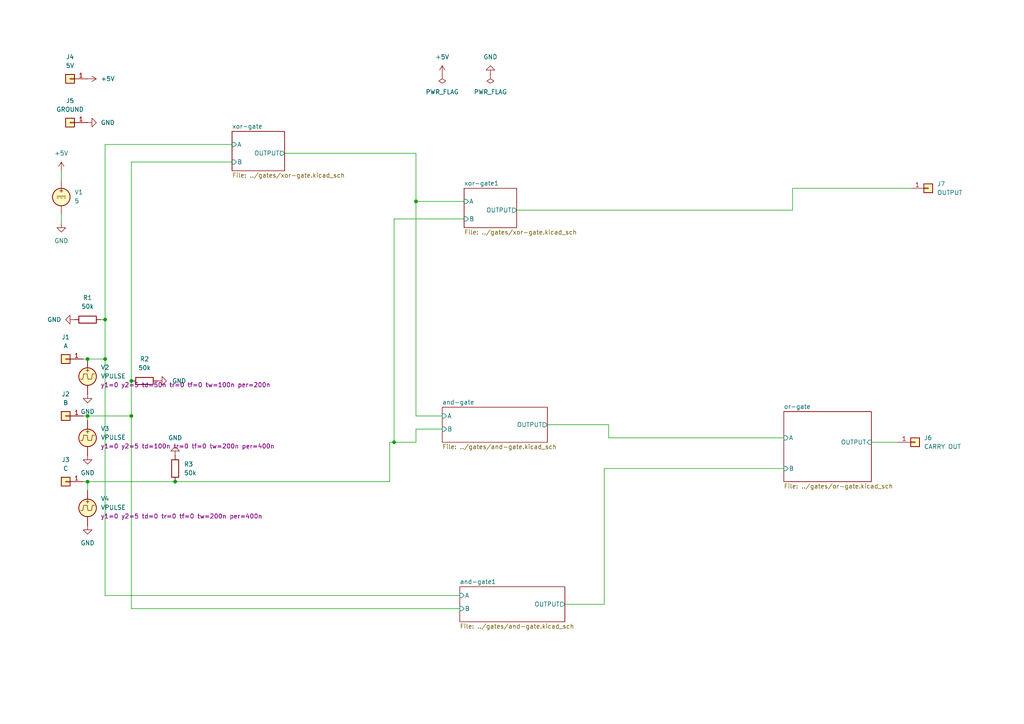
<source format=kicad_sch>
(kicad_sch (version 20231120) (generator "eeschema") (generator_version "8.0")
  (paper "A4")
  (lib_symbols
    (symbol "Connector_Generic:Conn_01x01" (pin_names (offset 1.016) hide)
      (property "Reference" "J" (at 0 2.54 0))
      (property "Value" "Conn_01x01" (at 0 -2.54 0))
      (symbol "Conn_01x01_1_1"
        (rectangle (start -1.27 0.127) (end 0 -0.127) (stroke (width 0.1524)))
        (rectangle (start -1.27 1.27) (end 1.27 -1.27) (stroke (width 0.254)) (fill (type background)))
        (pin passive line (at -5.08 0 0) (length 3.81) (name "Pin_1") (number "1"))
      )
    )
    (symbol "Device:R" (pin_numbers hide) (pin_names (offset 0))
      (property "Reference" "R" (at 2.032 0 90))
      (property "Value" "R" (at 0 0 90))
      (symbol "R_0_1"
        (rectangle (start -1.016 -2.54) (end 1.016 2.54) (stroke (width 0.254)))
      )
      (symbol "R_1_1"
        (pin passive line (at 0 3.81 270) (length 1.27) (name "~") (number "1"))
        (pin passive line (at 0 -3.81 90) (length 1.27) (name "~") (number "2"))
      )
    )
    (symbol "Simulation_SPICE:VDC" (pin_numbers hide) (pin_names (offset 0.0254))
      (property "Reference" "V" (at 2.54 2.54 0))
      (property "Value" "1" (at 2.54 0 0))
      (symbol "VDC_0_0"
        (polyline (pts (xy -1.27 0.254) (xy 1.27 0.254)))
        (polyline (pts (xy -0.762 -0.254) (xy -1.27 -0.254)))
        (polyline (pts (xy 0.254 -0.254) (xy -0.254 -0.254)))
        (polyline (pts (xy 1.27 -0.254) (xy 0.762 -0.254)))
        (text "+" (at 0 1.905 0) (effects (font (size 1.27 1.27))))
      )
      (symbol "VDC_0_1"
        (circle (center 0 0) (radius 2.54) (stroke (width 0.254)) (fill (type background)))
      )
      (symbol "VDC_1_1"
        (pin passive line (at 0 5.08 270) (length 2.54) (name "~") (number "1"))
        (pin passive line (at 0 -5.08 90) (length 2.54) (name "~") (number "2"))
      )
    )
    (symbol "Simulation_SPICE:VPULSE" (pin_numbers hide) (pin_names (offset 0.0254))
      (property "Reference" "V" (at 2.54 2.54 0))
      (property "Value" "VPULSE" (at 2.54 0 0))
      (property "Sim.Params" "y1=0 y2=1 td=2n tr=2n tf=2n tw=50n per=100n" (at 2.54 -2.54 0))
      (symbol "VPULSE_0_0"
        (polyline (pts (xy -2.032 -0.762) (xy -1.397 -0.762) (xy -1.143 0.762) (xy -0.127 0.762) (xy 0.127 -0.762) (xy 1.143 -0.762) (xy 1.397 0.762) (xy 2.032 0.762)))
        (text "+" (at 0 1.905 0) (effects (font (size 1.27 1.27))))
      )
      (symbol "VPULSE_0_1"
        (circle (center 0 0) (radius 2.54) (stroke (width 0.254)) (fill (type background)))
      )
      (symbol "VPULSE_1_1"
        (pin passive line (at 0 5.08 270) (length 2.54) (name "~") (number "1"))
        (pin passive line (at 0 -5.08 90) (length 2.54) (name "~") (number "2"))
      )
    )
    (symbol "power:+5V" (power) (pin_numbers hide) (pin_names (offset 0) hide)
      (property "Value" "+5V" (at 0 3.556 0))
      (symbol "+5V_0_1"
        (polyline (pts (xy -0.762 1.27) (xy 0 2.54)))
        (polyline (pts (xy 0 0) (xy 0 2.54)))
        (polyline (pts (xy 0 2.54) (xy 0.762 1.27)))
      )
      (symbol "+5V_1_1"
        (pin power_in line (at 0 0 90) (length 0) (name "~") (number "1"))
      )
    )
    (symbol "power:GND" (power) (pin_numbers hide) (pin_names (offset 0) hide)
      (property "Value" "GND" (at 0 -3.81 0))
      (symbol "GND_0_1"
        (polyline (pts (xy 0 0) (xy 0 -1.27) (xy 1.27 -1.27) (xy 0 -2.54) (xy -1.27 -1.27) (xy 0 -1.27)))
      )
      (symbol "GND_1_1"
        (pin power_in line (at 0 0 270) (length 0) (name "~") (number "1"))
      )
    )
    (symbol "power:PWR_FLAG" (power) (pin_numbers hide) (pin_names (offset 0) hide)
      (property "Value" "PWR_FLAG" (at 0 3.81 0))
      (symbol "PWR_FLAG_0_0"
        (pin power_out line (at 0 0 90) (length 0) (name "~") (number "1"))
      )
      (symbol "PWR_FLAG_0_1"
        (polyline (pts (xy 0 0) (xy 0 1.27) (xy -1.016 1.905) (xy 0 2.54) (xy 1.016 1.905) (xy 0 1.27)))
      )
    )
  )
  (junction (at 38.1 110.49))
  (junction (at 38.1 120.65))
  (junction (at 25.4 139.7))
  (junction (at 30.48 104.14))
  (junction (at 25.4 120.65))
  (junction (at 120.65 58.42))
  (junction (at 30.48 92.71))
  (junction (at 50.8 139.7))
  (junction (at 25.4 104.14))
  (junction (at 114.3 128.27))
  (wire (pts (xy 120.65 120.65) (xy 128.27 120.65)))
  (wire (pts (xy 158.75 123.19) (xy 176.53 123.19)))
  (wire (pts (xy 176.53 123.19) (xy 176.53 127)))
  (wire (pts (xy 30.48 172.72) (xy 133.35 172.72)))
  (wire (pts (xy 229.87 60.96) (xy 229.87 54.61)))
  (wire (pts (xy 30.48 41.91) (xy 67.31 41.91)))
  (wire (pts (xy 38.1 120.65) (xy 38.1 176.53)))
  (wire (pts (xy 175.26 135.89) (xy 227.33 135.89)))
  (wire (pts (xy 30.48 41.91) (xy 30.48 92.71)))
  (wire (pts (xy 176.53 127) (xy 227.33 127)))
  (wire (pts (xy 163.83 175.26) (xy 175.26 175.26)))
  (wire (pts (xy 38.1 46.99) (xy 38.1 110.49)))
  (wire (pts (xy 114.3 63.5) (xy 114.3 128.27)))
  (wire (pts (xy 38.1 110.49) (xy 38.1 120.65)))
  (wire (pts (xy 120.65 124.46) (xy 128.27 124.46)))
  (wire (pts (xy 114.3 63.5) (xy 134.62 63.5)))
  (wire (pts (xy 120.65 58.42) (xy 120.65 120.65)))
  (wire (pts (xy 120.65 128.27) (xy 120.65 124.46)))
  (wire (pts (xy 120.65 44.45) (xy 120.65 58.42)))
  (wire (pts (xy 229.87 54.61) (xy 264.16 54.61)))
  (wire (pts (xy 114.3 128.27) (xy 120.65 128.27)))
  (wire (pts (xy 29.21 92.71) (xy 30.48 92.71)))
  (wire (pts (xy 25.4 139.7) (xy 50.8 139.7)))
  (wire (pts (xy 50.8 139.7) (xy 113.03 139.7)))
  (wire (pts (xy 175.26 175.26) (xy 175.26 135.89)))
  (wire (pts (xy 25.4 104.14) (xy 30.48 104.14)))
  (wire (pts (xy 82.55 44.45) (xy 120.65 44.45)))
  (wire (pts (xy 30.48 104.14) (xy 30.48 172.72)))
  (wire (pts (xy 149.86 60.96) (xy 229.87 60.96)))
  (wire (pts (xy 252.73 128.27) (xy 260.35 128.27)))
  (wire (pts (xy 114.3 128.27) (xy 113.03 128.27)))
  (wire (pts (xy 17.78 64.77) (xy 17.78 62.23)))
  (wire (pts (xy 120.65 58.42) (xy 134.62 58.42)))
  (wire (pts (xy 25.4 120.65) (xy 25.4 121.92)))
  (wire (pts (xy 24.13 139.7) (xy 25.4 139.7)))
  (wire (pts (xy 17.78 49.53) (xy 17.78 52.07)))
  (wire (pts (xy 24.13 104.14) (xy 25.4 104.14)))
  (wire (pts (xy 24.13 120.65) (xy 25.4 120.65)))
  (wire (pts (xy 30.48 92.71) (xy 30.48 104.14)))
  (wire (pts (xy 38.1 46.99) (xy 67.31 46.99)))
  (wire (pts (xy 25.4 120.65) (xy 38.1 120.65)))
  (wire (pts (xy 38.1 176.53) (xy 133.35 176.53)))
  (wire (pts (xy 113.03 139.7) (xy 113.03 128.27)))
  (wire (pts (xy 25.4 142.24) (xy 25.4 139.7)))
  (symbol (lib_id "Simulation_SPICE:VPULSE") (at 25.4 147.32 0) (unit 1) (on_board no)
    (property "Reference" "V4" (at 29.21 144.6501 0) (effects (justify left)))
    (property "Value" "VPULSE" (at 29.21 147.1901 0) (effects (justify left)))
    (property "Datasheet" "https://ngspice.sourceforge.io/docs/ngspice-html-manual/manual.xhtml#sec_Independent_Sources_for" (effects (hide yes)))
    (property "Description" "Voltage source, pulse" (effects (hide yes)))
    (property "Sim.Pins" "1=+ 2=-" (effects (hide yes)))
    (property "Sim.Type" "PULSE" (effects (hide yes)))
    (property "Sim.Device" "V" (effects (hide yes)))
    (property "Sim.Params" "y1=0 y2=5 td=0 tr=0 tf=0 tw=200n per=400n" (at 29.21 149.7301 0) (effects (justify left)))
  )
  (symbol (lib_id "power:+5V") (at 17.78 49.53 0) (unit 1) (on_board no)
    (property "Reference" "#PWR01" (effects (hide yes)))
    (property "Value" "+5V" (at 17.78 44.45 0))
    (property "Description" "Power symbol creates a global label with name \"+5V\"" (effects (hide yes)))
  )
  (symbol (lib_id "power:GND") (at 25.4 132.08 0) (unit 1) (on_board no)
    (property "Reference" "#PWR07" (effects (hide yes)))
    (property "Value" "GND" (at 25.4 137.16 0))
    (property "Description" "Power symbol creates a global label with name \"GND\" , ground" (effects (hide yes)))
  )
  (symbol (lib_id "Simulation_SPICE:VDC") (at 17.78 57.15 0) (unit 1) (on_board no)
    (property "Reference" "V1" (at 21.59 55.7502 0) (effects (justify left)))
    (property "Value" "5" (at 21.59 58.2902 0) (effects (justify left)))
    (property "Datasheet" "https://ngspice.sourceforge.io/docs/ngspice-html-manual/manual.xhtml#sec_Independent_Sources_for" (effects (hide yes)))
    (property "Description" "Voltage source, DC" (effects (hide yes)))
    (property "Sim.Pins" "1=+ 2=-" (effects (hide yes)))
    (property "Sim.Type" "DC" (effects (hide yes)))
    (property "Sim.Device" "V" (effects (hide yes)))
  )
  (symbol (lib_id "Simulation_SPICE:VPULSE") (at 25.4 127 0) (unit 1) (on_board no)
    (property "Reference" "V3" (at 29.21 124.3301 0) (effects (justify left)))
    (property "Value" "VPULSE" (at 29.21 126.8701 0) (effects (justify left)))
    (property "Datasheet" "https://ngspice.sourceforge.io/docs/ngspice-html-manual/manual.xhtml#sec_Independent_Sources_for" (effects (hide yes)))
    (property "Description" "Voltage source, pulse" (effects (hide yes)))
    (property "Sim.Pins" "1=+ 2=-" (effects (hide yes)))
    (property "Sim.Type" "PULSE" (effects (hide yes)))
    (property "Sim.Device" "V" (effects (hide yes)))
    (property "Sim.Params" "y1=0 y2=5 td=100n tr=0 tf=0 tw=200n per=400n" (at 29.21 129.4101 0) (effects (justify left)))
  )
  (symbol (lib_id "Device:R") (at 41.91 110.49 270) (unit 1)
    (property "Reference" "R2" (at 41.91 104.14 90))
    (property "Value" "50k" (at 41.91 106.68 90))
    (property "Footprint" "R0603:R0603" (effects (hide yes)))
    (property "Sim.Device" "R" (effects (hide yes)))
    (property "Sim.Pins" "1=+ 2=-" (effects (hide yes)))
    (property "LCSC" "C4211" (effects (hide yes)))
  )
  (symbol (lib_id "power:GND") (at 50.8 132.08 180) (unit 1)
    (property "Reference" "#PWR010" (effects (hide yes)))
    (property "Value" "GND" (at 50.8 127 0))
    (property "Description" "Power symbol creates a global label with name \"GND\" , ground" (effects (hide yes)))
  )
  (symbol (lib_id "power:GND") (at 45.72 110.49 90) (unit 1)
    (property "Reference" "#PWR09" (effects (hide yes)))
    (property "Value" "GND" (at 49.9073 110.49 90) (effects (justify right)))
    (property "Description" "Power symbol creates a global label with name \"GND\" , ground" (effects (hide yes)))
  )
  (symbol (lib_id "Simulation_SPICE:VPULSE") (at 25.4 109.22 0) (unit 1) (on_board no)
    (property "Reference" "V2" (at 29.21 106.5501 0) (effects (justify left)))
    (property "Value" "VPULSE" (at 29.21 109.0901 0) (effects (justify left)))
    (property "Datasheet" "https://ngspice.sourceforge.io/docs/ngspice-html-manual/manual.xhtml#sec_Independent_Sources_for" (effects (hide yes)))
    (property "Description" "Voltage source, pulse" (effects (hide yes)))
    (property "Sim.Pins" "1=+ 2=-" (effects (hide yes)))
    (property "Sim.Type" "PULSE" (effects (hide yes)))
    (property "Sim.Device" "V" (effects (hide yes)))
    (property "Sim.Params" "y1=0 y2=5 td=50n tr=0 tf=0 tw=100n per=200n" (at 29.21 111.6301 0) (effects (justify left)))
  )
  (symbol (lib_id "power:GND") (at 21.59 92.71 270) (unit 1)
    (property "Reference" "#PWR03" (effects (hide yes)))
    (property "Value" "GND" (at 17.78 92.71 90) (effects (justify right)))
    (property "Description" "Power symbol creates a global label with name \"GND\" , ground" (effects (hide yes)))
  )
  (symbol (lib_id "power:GND") (at 25.4 114.3 0) (unit 1) (on_board no)
    (property "Reference" "#PWR06" (effects (hide yes)))
    (property "Value" "GND" (at 25.4 119.38 0))
    (property "Description" "Power symbol creates a global label with name \"GND\" , ground" (effects (hide yes)))
  )
  (symbol (lib_id "Device:R") (at 50.8 135.89 0) (unit 1)
    (property "Reference" "R3" (at 53.34 134.62 0) (effects (justify left)))
    (property "Value" "50k" (at 53.34 137.16 0) (effects (justify left)))
    (property "Footprint" "R0603:R0603" (effects (hide yes)))
    (property "Sim.Device" "R" (effects (hide yes)))
    (property "Sim.Pins" "1=+ 2=-" (effects (hide yes)))
    (property "LCSC" "C4211" (effects (hide yes)))
  )
  (symbol (lib_id "Connector_Generic:Conn_01x01") (at 20.32 22.86 180) (unit 1) (exclude_from_sim yes)
    (property "Reference" "J4" (at 20.32 16.51 0))
    (property "Value" "5V" (at 20.32 19.05 0))
    (property "Footprint" "Connector_PinHeader_2.54mm:PinHeader_1x01_P2.54mm_Vertical" (effects (hide yes)))
  )
  (symbol (lib_id "power:GND") (at 17.78 64.77 0) (unit 1) (on_board no)
    (property "Reference" "#PWR02" (effects (hide yes)))
    (property "Value" "GND" (at 17.78 69.85 0))
    (property "Description" "Power symbol creates a global label with name \"GND\" , ground" (effects (hide yes)))
  )
  (symbol (lib_id "power:+5V") (at 25.4 22.86 270) (unit 1)
    (property "Reference" "#PWR04" (effects (hide yes)))
    (property "Value" "+5V" (at 29.21 22.86 90) (effects (justify left)))
    (property "Description" "Power symbol creates a global label with name \"+5V\"" (effects (hide yes)))
  )
  (symbol (lib_id "power:+5V") (at 128.27 21.59 0) (unit 1)
    (property "Reference" "#PWR011" (effects (hide yes)))
    (property "Value" "+5V" (at 128.27 16.51 0))
    (property "Description" "Power symbol creates a global label with name \"+5V\"" (effects (hide yes)))
  )
  (symbol (lib_id "Device:R") (at 25.4 92.71 270) (unit 1)
    (property "Reference" "R1" (at 25.4 86.36 90))
    (property "Value" "50k" (at 25.4 88.9 90))
    (property "Footprint" "R0603:R0603" (effects (hide yes)))
    (property "Sim.Device" "R" (effects (hide yes)))
    (property "Sim.Pins" "1=+ 2=-" (effects (hide yes)))
    (property "LCSC" "C4211" (effects (hide yes)))
  )
  (symbol (lib_id "Connector_Generic:Conn_01x01") (at 265.43 128.27 0) (unit 1) (exclude_from_sim yes)
    (property "Reference" "J6" (at 267.97 127 0) (effects (justify left)))
    (property "Value" "CARRY OUT" (at 267.97 129.54 0) (effects (justify left)))
    (property "Footprint" "Connector_PinHeader_2.54mm:PinHeader_1x01_P2.54mm_Vertical" (effects (hide yes)))
  )
  (symbol (lib_id "power:PWR_FLAG") (at 128.27 21.59 180) (unit 1)
    (property "Reference" "#FLG01" (effects (hide yes)))
    (property "Value" "PWR_FLAG" (at 128.27 26.67 0))
    (property "Description" "Special symbol for telling ERC where power comes from" (effects (hide yes)))
  )
  (symbol (lib_id "Connector_Generic:Conn_01x01") (at 20.32 35.56 180) (unit 1) (exclude_from_sim yes)
    (property "Reference" "J5" (at 20.32 29.21 0))
    (property "Value" "GROUND" (at 20.32 31.75 0))
    (property "Footprint" "Connector_PinHeader_2.54mm:PinHeader_1x01_P2.54mm_Vertical" (effects (hide yes)))
  )
  (symbol (lib_id "Connector_Generic:Conn_01x01") (at 269.24 54.61 0) (unit 1) (exclude_from_sim yes)
    (property "Reference" "J7" (at 271.78 53.34 0) (effects (justify left)))
    (property "Value" "OUTPUT" (at 271.78 55.88 0) (effects (justify left)))
    (property "Footprint" "Connector_PinHeader_2.54mm:PinHeader_1x01_P2.54mm_Vertical" (effects (hide yes)))
  )
  (symbol (lib_id "power:PWR_FLAG") (at 142.24 21.59 180) (unit 1)
    (property "Reference" "#FLG02" (effects (hide yes)))
    (property "Value" "PWR_FLAG" (at 142.24 26.67 0))
    (property "Description" "Special symbol for telling ERC where power comes from" (effects (hide yes)))
  )
  (symbol (lib_id "Connector_Generic:Conn_01x01") (at 19.05 104.14 180) (unit 1) (exclude_from_sim yes)
    (property "Reference" "J1" (at 19.05 97.79 0))
    (property "Value" "A" (at 19.05 100.33 0))
    (property "Footprint" "Connector_PinHeader_2.54mm:PinHeader_1x01_P2.54mm_Vertical" (effects (hide yes)))
    (property "Sim.Device" "I" (effects (hide yes)))
    (property "Sim.Type" "DC" (effects (hide yes)))
    (property "Sim.Pins" "1=+" (effects (hide yes)))
    (property "Sim.Params" "dc=\"\"" (effects (hide yes)))
  )
  (symbol (lib_id "power:GND") (at 25.4 152.4 0) (unit 1) (on_board no)
    (property "Reference" "#PWR08" (effects (hide yes)))
    (property "Value" "GND" (at 25.4 157.48 0))
    (property "Description" "Power symbol creates a global label with name \"GND\" , ground" (effects (hide yes)))
  )
  (symbol (lib_id "Connector_Generic:Conn_01x01") (at 19.05 120.65 180) (unit 1) (exclude_from_sim yes)
    (property "Reference" "J2" (at 19.05 114.3 0))
    (property "Value" "B" (at 19.05 116.84 0))
    (property "Footprint" "Connector_PinHeader_2.54mm:PinHeader_1x01_P2.54mm_Vertical" (effects (hide yes)))
  )
  (symbol (lib_id "power:GND") (at 142.24 21.59 180) (unit 1)
    (property "Reference" "#PWR012" (effects (hide yes)))
    (property "Value" "GND" (at 142.24 16.51 0))
    (property "Description" "Power symbol creates a global label with name \"GND\" , ground" (effects (hide yes)))
  )
  (symbol (lib_id "Connector_Generic:Conn_01x01") (at 19.05 139.7 180) (unit 1) (exclude_from_sim yes)
    (property "Reference" "J3" (at 19.05 133.35 0))
    (property "Value" "C" (at 19.05 135.89 0))
    (property "Footprint" "Connector_PinHeader_2.54mm:PinHeader_1x01_P2.54mm_Vertical" (effects (hide yes)))
  )
  (symbol (lib_id "power:GND") (at 25.4 35.56 90) (unit 1)
    (property "Reference" "#PWR05" (effects (hide yes)))
    (property "Value" "GND" (at 29.21 35.56 90) (effects (justify right)))
    (property "Description" "Power symbol creates a global label with name \"GND\" , ground" (effects (hide yes)))
  )
  (sheet (at 133.35 170.18) (size 30.48 10.16) (stroke (width 0.1524))
    (property "Sheetname" "and-gate1" (at 133.35 169.4684 0) (effects (justify left bottom)))
    (property "Sheetfile" "../gates/and-gate.kicad_sch" (at 133.35 180.9246 0) (effects (justify left top)))
    (pin "OUTPUT" output (at 163.83 175.26 0))
    (pin "B" input (at 133.35 176.53 180))
    (pin "A" input (at 133.35 172.72 180))
  )
  (sheet (at 227.33 119.38) (size 25.4 20.32) (stroke (width 0.1524))
    (property "Sheetname" "or-gate" (at 227.33 118.6684 0) (effects (justify left bottom)))
    (property "Sheetfile" "../gates/or-gate.kicad_sch" (at 227.33 140.2846 0) (effects (justify left top)))
    (pin "A" input (at 227.33 127 180))
    (pin "B" input (at 227.33 135.89 180))
    (pin "OUTPUT" input (at 252.73 128.27 0))
  )
  (sheet (at 67.31 38.1) (size 15.24 11.43) (stroke (width 0.1524))
    (property "Sheetname" "xor-gate" (at 67.31 37.3884 0) (effects (justify left bottom)))
    (property "Sheetfile" "../gates/xor-gate.kicad_sch" (at 67.31 50.1146 0) (effects (justify left top)))
    (pin "B" input (at 67.31 46.99 180))
    (pin "A" input (at 67.31 41.91 180))
    (pin "OUTPUT" output (at 82.55 44.45 0))
  )
  (sheet (at 134.62 54.61) (size 15.24 11.43) (stroke (width 0.1524))
    (property "Sheetname" "xor-gate1" (at 134.62 53.8984 0) (effects (justify left bottom)))
    (property "Sheetfile" "../gates/xor-gate.kicad_sch" (at 134.62 66.6246 0) (effects (justify left top)))
    (pin "B" input (at 134.62 63.5 180))
    (pin "A" input (at 134.62 58.42 180))
    (pin "OUTPUT" output (at 149.86 60.96 0))
  )
  (sheet (at 128.27 118.11) (size 30.48 10.16) (stroke (width 0.1524))
    (property "Sheetname" "and-gate" (at 128.27 117.3984 0) (effects (justify left bottom)))
    (property "Sheetfile" "../gates/and-gate.kicad_sch" (at 128.27 128.8546 0) (effects (justify left top)))
    (pin "OUTPUT" output (at 158.75 123.19 0))
    (pin "B" input (at 128.27 124.46 180))
    (pin "A" input (at 128.27 120.65 180))
  )
)
</source>
